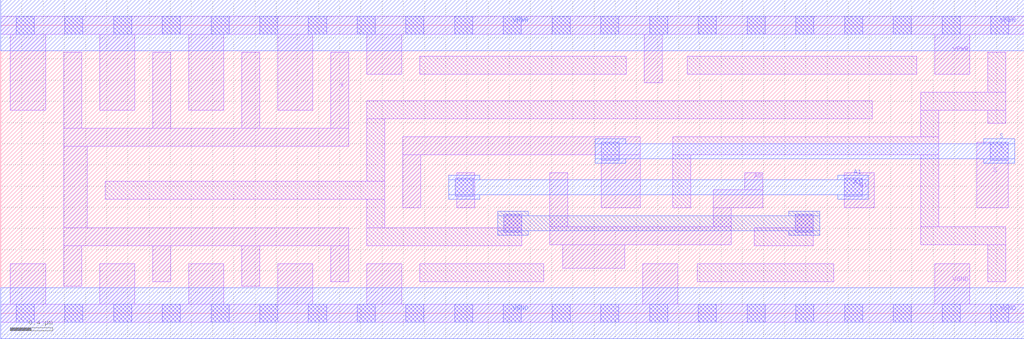
<source format=lef>
# Copyright 2020 The SkyWater PDK Authors
#
# Licensed under the Apache License, Version 2.0 (the "License");
# you may not use this file except in compliance with the License.
# You may obtain a copy of the License at
#
#     https://www.apache.org/licenses/LICENSE-2.0
#
# Unless required by applicable law or agreed to in writing, software
# distributed under the License is distributed on an "AS IS" BASIS,
# WITHOUT WARRANTIES OR CONDITIONS OF ANY KIND, either express or implied.
# See the License for the specific language governing permissions and
# limitations under the License.
#
# SPDX-License-Identifier: Apache-2.0

VERSION 5.7 ;
  NAMESCASESENSITIVE ON ;
  NOWIREEXTENSIONATPIN ON ;
  DIVIDERCHAR "/" ;
  BUSBITCHARS "[]" ;
UNITS
  DATABASE MICRONS 200 ;
END UNITS
MACRO sky130_fd_sc_hd__mux2_8
  CLASS CORE ;
  SOURCE USER ;
  FOREIGN sky130_fd_sc_hd__mux2_8 ;
  ORIGIN  0.000000  0.000000 ;
  SIZE  9.660000 BY  2.720000 ;
  SYMMETRY X Y R90 ;
  SITE unithd ;
  PIN A0
    ANTENNAGATEAREA  0.492000 ;
    DIRECTION INPUT ;
    USE SIGNAL ;
    PORT
      LAYER li1 ;
        RECT 5.180000 0.645000 6.895000 0.815000 ;
        RECT 5.180000 0.815000 5.350000 1.325000 ;
        RECT 5.305000 0.425000 5.890000 0.645000 ;
        RECT 6.725000 0.815000 6.895000 0.995000 ;
        RECT 6.725000 0.995000 7.195000 1.165000 ;
        RECT 7.025000 1.165000 7.195000 1.325000 ;
    END
  END A0
  PIN A1
    ANTENNAGATEAREA  0.492000 ;
    DIRECTION INPUT ;
    USE SIGNAL ;
    PORT
      LAYER li1 ;
        RECT 4.290000 1.105000 4.475000 1.275000 ;
        RECT 4.305000 0.995000 4.475000 1.105000 ;
        RECT 4.305000 1.275000 4.475000 1.325000 ;
        RECT 7.960000 0.995000 8.245000 1.325000 ;
      LAYER mcon ;
        RECT 4.290000 1.105000 4.460000 1.275000 ;
        RECT 7.960000 1.105000 8.130000 1.275000 ;
      LAYER met1 ;
        RECT 4.230000 1.075000 4.520000 1.120000 ;
        RECT 4.230000 1.120000 8.190000 1.260000 ;
        RECT 4.230000 1.260000 4.520000 1.305000 ;
        RECT 7.900000 1.075000 8.190000 1.120000 ;
        RECT 7.900000 1.260000 8.190000 1.305000 ;
    END
  END A1
  PIN S
    ANTENNAGATEAREA  0.739500 ;
    DIRECTION INPUT ;
    USE SIGNAL ;
    PORT
      LAYER li1 ;
        RECT 3.795000 0.995000 3.965000 1.495000 ;
        RECT 3.795000 1.495000 6.035000 1.665000 ;
        RECT 5.670000 0.995000 6.035000 1.495000 ;
        RECT 9.215000 0.995000 9.510000 1.615000 ;
      LAYER mcon ;
        RECT 5.670000 1.445000 5.840000 1.615000 ;
        RECT 9.340000 1.445000 9.510000 1.615000 ;
      LAYER met1 ;
        RECT 5.610000 1.415000 5.900000 1.460000 ;
        RECT 5.610000 1.460000 9.570000 1.600000 ;
        RECT 5.610000 1.600000 5.900000 1.645000 ;
        RECT 9.280000 1.415000 9.570000 1.460000 ;
        RECT 9.280000 1.600000 9.570000 1.645000 ;
    END
  END S
  PIN X
    ANTENNADIFFAREA  1.782000 ;
    DIRECTION OUTPUT ;
    USE SIGNAL ;
    PORT
      LAYER li1 ;
        RECT 0.595000 0.255000 0.765000 0.635000 ;
        RECT 0.595000 0.635000 3.285000 0.805000 ;
        RECT 0.595000 0.805000 0.815000 1.575000 ;
        RECT 0.595000 1.575000 3.285000 1.745000 ;
        RECT 0.595000 1.745000 0.765000 2.465000 ;
        RECT 1.435000 0.295000 1.605000 0.635000 ;
        RECT 1.435000 1.745000 1.605000 2.465000 ;
        RECT 2.275000 0.255000 2.445000 0.635000 ;
        RECT 2.275000 1.745000 2.445000 2.465000 ;
        RECT 3.115000 0.295000 3.285000 0.635000 ;
        RECT 3.115000 1.745000 3.285000 2.465000 ;
    END
  END X
  PIN VGND
    DIRECTION INOUT ;
    SHAPE ABUTMENT ;
    USE GROUND ;
    PORT
      LAYER li1 ;
        RECT 0.000000 -0.085000 9.660000 0.085000 ;
        RECT 0.090000  0.085000 0.425000 0.465000 ;
        RECT 0.935000  0.085000 1.265000 0.465000 ;
        RECT 1.775000  0.085000 2.105000 0.465000 ;
        RECT 2.615000  0.085000 2.945000 0.465000 ;
        RECT 3.455000  0.085000 3.785000 0.465000 ;
        RECT 6.060000  0.085000 6.390000 0.465000 ;
        RECT 8.815000  0.085000 9.145000 0.465000 ;
      LAYER mcon ;
        RECT 0.145000 -0.085000 0.315000 0.085000 ;
        RECT 0.605000 -0.085000 0.775000 0.085000 ;
        RECT 1.065000 -0.085000 1.235000 0.085000 ;
        RECT 1.525000 -0.085000 1.695000 0.085000 ;
        RECT 1.985000 -0.085000 2.155000 0.085000 ;
        RECT 2.445000 -0.085000 2.615000 0.085000 ;
        RECT 2.905000 -0.085000 3.075000 0.085000 ;
        RECT 3.365000 -0.085000 3.535000 0.085000 ;
        RECT 3.825000 -0.085000 3.995000 0.085000 ;
        RECT 4.285000 -0.085000 4.455000 0.085000 ;
        RECT 4.745000 -0.085000 4.915000 0.085000 ;
        RECT 5.205000 -0.085000 5.375000 0.085000 ;
        RECT 5.665000 -0.085000 5.835000 0.085000 ;
        RECT 6.125000 -0.085000 6.295000 0.085000 ;
        RECT 6.585000 -0.085000 6.755000 0.085000 ;
        RECT 7.045000 -0.085000 7.215000 0.085000 ;
        RECT 7.505000 -0.085000 7.675000 0.085000 ;
        RECT 7.965000 -0.085000 8.135000 0.085000 ;
        RECT 8.425000 -0.085000 8.595000 0.085000 ;
        RECT 8.885000 -0.085000 9.055000 0.085000 ;
        RECT 9.345000 -0.085000 9.515000 0.085000 ;
      LAYER met1 ;
        RECT 0.000000 -0.240000 9.660000 0.240000 ;
    END
  END VGND
  PIN VPWR
    DIRECTION INOUT ;
    SHAPE ABUTMENT ;
    USE POWER ;
    PORT
      LAYER li1 ;
        RECT 0.000000 2.635000 9.660000 2.805000 ;
        RECT 0.090000 1.915000 0.425000 2.635000 ;
        RECT 0.935000 1.915000 1.265000 2.635000 ;
        RECT 1.775000 1.915000 2.105000 2.635000 ;
        RECT 2.615000 1.915000 2.945000 2.635000 ;
        RECT 3.455000 2.255000 3.785000 2.635000 ;
        RECT 6.075000 2.175000 6.245000 2.635000 ;
        RECT 8.815000 2.255000 9.145000 2.635000 ;
      LAYER mcon ;
        RECT 0.145000 2.635000 0.315000 2.805000 ;
        RECT 0.605000 2.635000 0.775000 2.805000 ;
        RECT 1.065000 2.635000 1.235000 2.805000 ;
        RECT 1.525000 2.635000 1.695000 2.805000 ;
        RECT 1.985000 2.635000 2.155000 2.805000 ;
        RECT 2.445000 2.635000 2.615000 2.805000 ;
        RECT 2.905000 2.635000 3.075000 2.805000 ;
        RECT 3.365000 2.635000 3.535000 2.805000 ;
        RECT 3.825000 2.635000 3.995000 2.805000 ;
        RECT 4.285000 2.635000 4.455000 2.805000 ;
        RECT 4.745000 2.635000 4.915000 2.805000 ;
        RECT 5.205000 2.635000 5.375000 2.805000 ;
        RECT 5.665000 2.635000 5.835000 2.805000 ;
        RECT 6.125000 2.635000 6.295000 2.805000 ;
        RECT 6.585000 2.635000 6.755000 2.805000 ;
        RECT 7.045000 2.635000 7.215000 2.805000 ;
        RECT 7.505000 2.635000 7.675000 2.805000 ;
        RECT 7.965000 2.635000 8.135000 2.805000 ;
        RECT 8.425000 2.635000 8.595000 2.805000 ;
        RECT 8.885000 2.635000 9.055000 2.805000 ;
        RECT 9.345000 2.635000 9.515000 2.805000 ;
      LAYER met1 ;
        RECT 0.000000 2.480000 9.660000 2.960000 ;
    END
  END VPWR
  OBS
    LAYER li1 ;
      RECT 0.985000 1.075000 3.625000 1.245000 ;
      RECT 3.455000 0.635000 4.920000 0.805000 ;
      RECT 3.455000 0.805000 3.625000 1.075000 ;
      RECT 3.455000 1.245000 3.625000 1.835000 ;
      RECT 3.455000 1.835000 8.225000 2.005000 ;
      RECT 3.955000 0.295000 5.125000 0.465000 ;
      RECT 3.955000 2.255000 5.905000 2.425000 ;
      RECT 4.750000 0.805000 4.920000 0.935000 ;
      RECT 6.345000 0.995000 6.515000 1.495000 ;
      RECT 6.345000 1.495000 8.855000 1.665000 ;
      RECT 6.480000 2.255000 8.645000 2.425000 ;
      RECT 6.575000 0.295000 7.865000 0.465000 ;
      RECT 7.115000 0.635000 7.670000 0.805000 ;
      RECT 7.500000 0.805000 7.670000 0.935000 ;
      RECT 8.685000 0.645000 9.485000 0.815000 ;
      RECT 8.685000 0.815000 8.855000 1.495000 ;
      RECT 8.685000 1.665000 8.855000 1.915000 ;
      RECT 8.685000 1.915000 9.485000 2.085000 ;
      RECT 9.315000 0.295000 9.485000 0.645000 ;
      RECT 9.315000 1.795000 9.485000 1.915000 ;
      RECT 9.315000 2.085000 9.485000 2.465000 ;
    LAYER mcon ;
      RECT 4.750000 0.765000 4.920000 0.935000 ;
      RECT 7.500000 0.765000 7.670000 0.935000 ;
    LAYER met1 ;
      RECT 4.690000 0.735000 4.980000 0.780000 ;
      RECT 4.690000 0.780000 7.730000 0.920000 ;
      RECT 4.690000 0.920000 4.980000 0.965000 ;
      RECT 7.440000 0.735000 7.730000 0.780000 ;
      RECT 7.440000 0.920000 7.730000 0.965000 ;
  END
END sky130_fd_sc_hd__mux2_8

</source>
